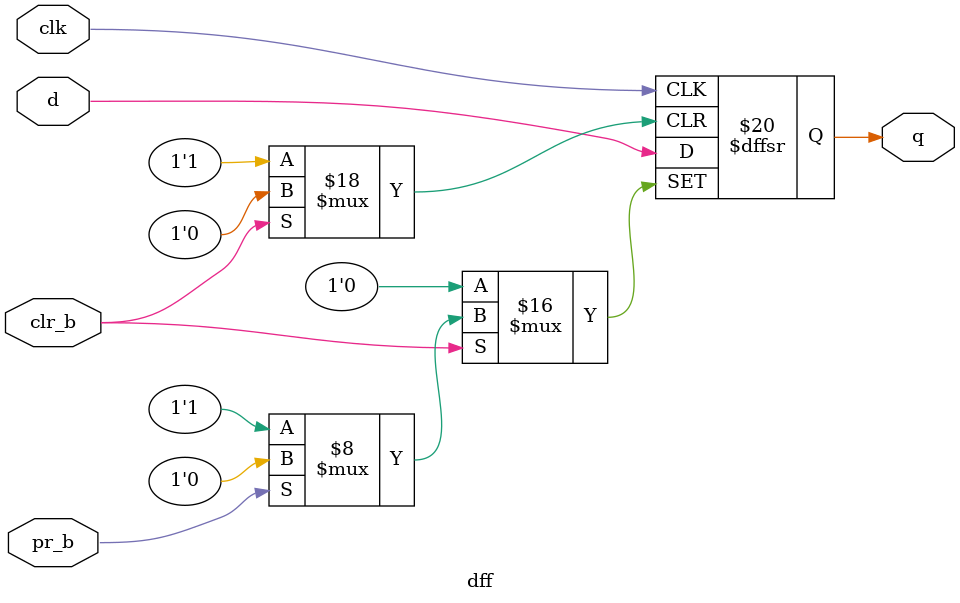
<source format=v>
`timescale 1ns / 1ps


module dff(
    input clk,
    input d,
    input pr_b,
    input clr_b,
    output q );

    reg q;
    
    always @(posedge clk or negedge pr_b or negedge clr_b)
    
    begin
        if (pr_b == 0) q<=1;
        else if (clr_b == 0) q <= 0;
        else q <= d;
    end
    
endmodule

</source>
